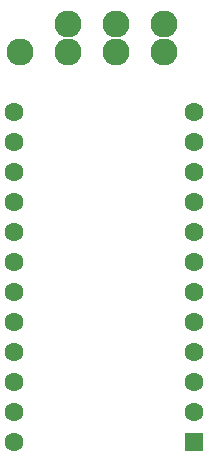
<source format=gbr>
%TF.GenerationSoftware,KiCad,Pcbnew,7.0.6*%
%TF.CreationDate,2023-08-29T00:28:29+01:00*%
%TF.ProjectId,NESInterface,4e455349-6e74-4657-9266-6163652e6b69,rev?*%
%TF.SameCoordinates,Original*%
%TF.FileFunction,Copper,L2,Bot*%
%TF.FilePolarity,Positive*%
%FSLAX46Y46*%
G04 Gerber Fmt 4.6, Leading zero omitted, Abs format (unit mm)*
G04 Created by KiCad (PCBNEW 7.0.6) date 2023-08-29 00:28:29*
%MOMM*%
%LPD*%
G01*
G04 APERTURE LIST*
%TA.AperFunction,ComponentPad*%
%ADD10C,1.600000*%
%TD*%
%TA.AperFunction,ComponentPad*%
%ADD11R,1.600000X1.600000*%
%TD*%
%TA.AperFunction,ComponentPad*%
%ADD12C,2.286000*%
%TD*%
G04 APERTURE END LIST*
D10*
%TO.P,U1,24,RAW*%
%TO.N,unconnected-(U1-RAW-Pad24)*%
X87630000Y-121920000D03*
%TO.P,U1,23,GND*%
%TO.N,GND*%
X87630000Y-119380000D03*
%TO.P,U1,22,RST*%
%TO.N,unconnected-(U1-RST-Pad22)*%
X87630000Y-116840000D03*
%TO.P,U1,21,VCC*%
%TO.N,VCC*%
X87630000Y-114300000D03*
%TO.P,U1,20,F4*%
%TO.N,unconnected-(U1-F4-Pad20)*%
X87630000Y-111760000D03*
%TO.P,U1,19,F5*%
%TO.N,unconnected-(U1-F5-Pad19)*%
X87630000Y-109220000D03*
%TO.P,U1,18,F6*%
%TO.N,unconnected-(U1-F6-Pad18)*%
X87630000Y-106680000D03*
%TO.P,U1,17,F7*%
%TO.N,unconnected-(U1-F7-Pad17)*%
X87630000Y-104140000D03*
%TO.P,U1,16,B1*%
%TO.N,unconnected-(U1-B1-Pad16)*%
X87630000Y-101600000D03*
%TO.P,U1,15,B3*%
%TO.N,unconnected-(U1-B3-Pad15)*%
X87630000Y-99060000D03*
%TO.P,U1,14,B2*%
%TO.N,unconnected-(U1-B2-Pad14)*%
X87630000Y-96520000D03*
%TO.P,U1,13,B6*%
%TO.N,unconnected-(U1-B6-Pad13)*%
X87630000Y-93980000D03*
%TO.P,U1,12,B5*%
%TO.N,Data*%
X102870000Y-93980000D03*
%TO.P,U1,11,B4*%
%TO.N,Latch*%
X102870000Y-96520000D03*
%TO.P,U1,10,E6*%
%TO.N,Clock*%
X102870000Y-99060000D03*
%TO.P,U1,9,D7*%
%TO.N,unconnected-(U1-D7-Pad9)*%
X102870000Y-101600000D03*
%TO.P,U1,8,C6*%
%TO.N,unconnected-(U1-C6-Pad8)*%
X102870000Y-104140000D03*
%TO.P,U1,7,D4*%
%TO.N,unconnected-(U1-D4-Pad7)*%
X102870000Y-106680000D03*
%TO.P,U1,6,SCL*%
%TO.N,unconnected-(U1-SCL-Pad6)*%
X102870000Y-109220000D03*
%TO.P,U1,5,SDA*%
%TO.N,unconnected-(U1-SDA-Pad5)*%
X102870000Y-111760000D03*
%TO.P,U1,4,GND*%
%TO.N,GND*%
X102870000Y-114300000D03*
%TO.P,U1,3,GND*%
X102870000Y-116840000D03*
%TO.P,U1,2,RX*%
%TO.N,unconnected-(U1-RX-Pad2)*%
X102870000Y-119380000D03*
D11*
%TO.P,U1,1,TX*%
%TO.N,unconnected-(U1-TX-Pad1)*%
X102870000Y-121920000D03*
%TD*%
D12*
%TO.P,U2,7,VCC*%
%TO.N,VCC*%
X92202000Y-86588600D03*
%TO.P,U2,6,Nc*%
%TO.N,unconnected-(U2-Nc-Pad6)*%
X96266000Y-86588600D03*
%TO.P,U2,5,Nc*%
%TO.N,unconnected-(U2-Nc-Pad5)*%
X100330000Y-86588600D03*
%TO.P,U2,4,Data*%
%TO.N,Data*%
X100330000Y-88900000D03*
%TO.P,U2,3,Latch*%
%TO.N,Latch*%
X96266000Y-88900000D03*
%TO.P,U2,2,Clock*%
%TO.N,Clock*%
X92202000Y-88900000D03*
%TO.P,U2,1,GND*%
%TO.N,GND*%
X88138000Y-88900000D03*
%TD*%
M02*

</source>
